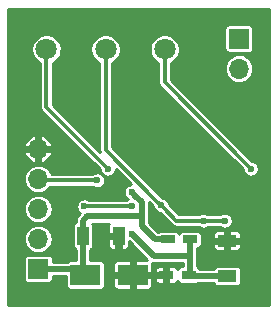
<source format=gbl>
G04 #@! TF.FileFunction,Copper,L2,Bot,Signal*
%FSLAX46Y46*%
G04 Gerber Fmt 4.6, Leading zero omitted, Abs format (unit mm)*
G04 Created by KiCad (PCBNEW 4.0.4-1.fc24-product) date Tue Jun 12 13:44:11 2018*
%MOMM*%
%LPD*%
G01*
G04 APERTURE LIST*
%ADD10C,0.100000*%
%ADD11C,1.800000*%
%ADD12R,1.700000X1.700000*%
%ADD13O,1.700000X1.700000*%
%ADD14R,2.499360X1.800860*%
%ADD15R,1.200000X0.750000*%
%ADD16R,1.000000X1.600000*%
%ADD17R,1.600000X1.000000*%
%ADD18C,0.600000*%
%ADD19C,0.300000*%
%ADD20C,0.500000*%
%ADD21C,0.250000*%
G04 APERTURE END LIST*
D10*
D11*
X158700000Y-89900000D03*
X153700000Y-89900000D03*
X148700000Y-89900000D03*
D12*
X165000000Y-89000000D03*
D13*
X165000000Y-91540000D03*
D12*
X148000000Y-108500000D03*
D13*
X148000000Y-105960000D03*
X148000000Y-103420000D03*
X148000000Y-100880000D03*
X148000000Y-98340000D03*
D14*
X152001020Y-109000000D03*
X155998980Y-109000000D03*
D15*
X158950000Y-106000000D03*
X160850000Y-106000000D03*
X160750000Y-109000000D03*
X158850000Y-109000000D03*
D16*
X151800000Y-105700000D03*
X154800000Y-105700000D03*
D17*
X164000000Y-109100000D03*
X164000000Y-106100000D03*
D18*
X166000000Y-99999988D03*
X152959990Y-105159990D03*
X160000000Y-99000000D03*
X155900000Y-102000000D03*
X153900000Y-100000000D03*
X158400000Y-103100000D03*
X163800000Y-104400000D03*
X162000000Y-104400000D03*
X155900000Y-105500000D03*
X155900000Y-103200000D03*
X151900000Y-103200000D03*
X153000000Y-101000000D03*
D19*
X158700000Y-89900000D02*
X158700000Y-92700000D01*
X158700000Y-92700000D02*
X165999988Y-99999988D01*
X165999988Y-99999988D02*
X166000000Y-99999988D01*
D20*
X156199999Y-102299999D02*
X155900000Y-102000000D01*
X156765002Y-102865002D02*
X156199999Y-102299999D01*
X156765002Y-104040002D02*
X156765002Y-102865002D01*
X156765002Y-104040002D02*
X156765002Y-104865002D01*
X156765002Y-104865002D02*
X157900000Y-106000000D01*
X157900000Y-106000000D02*
X158950000Y-106000000D01*
X151800000Y-105700000D02*
X151800000Y-104400000D01*
X151800000Y-104400000D02*
X152159998Y-104040002D01*
X152159998Y-104040002D02*
X156765002Y-104040002D01*
X152001020Y-109000000D02*
X152000000Y-109000000D01*
X152000000Y-109000000D02*
X151800000Y-108800000D01*
X151800000Y-108800000D02*
X151800000Y-105700000D01*
X148000000Y-108500000D02*
X151501020Y-108500000D01*
X151501020Y-108500000D02*
X152001020Y-109000000D01*
D19*
X153600001Y-99700001D02*
X153900000Y-100000000D01*
X148700000Y-94800000D02*
X153600001Y-99700001D01*
X148700000Y-89900000D02*
X148700000Y-94800000D01*
X153700000Y-98400000D02*
X158100001Y-102800001D01*
X153700000Y-89900000D02*
X153700000Y-98400000D01*
X158699999Y-103399999D02*
X158400000Y-103100000D01*
X159700000Y-104400000D02*
X158699999Y-103399999D01*
X162000000Y-104400000D02*
X159700000Y-104400000D01*
X158100001Y-102800001D02*
X158400000Y-103100000D01*
X162424264Y-104400000D02*
X163800000Y-104400000D01*
X162000000Y-104400000D02*
X162424264Y-104400000D01*
D20*
X157800000Y-107400000D02*
X156199999Y-105799999D01*
X160850000Y-107400000D02*
X157800000Y-107400000D01*
X156199999Y-105799999D02*
X155900000Y-105500000D01*
D19*
X151900000Y-103200000D02*
X155900000Y-103200000D01*
D20*
X160850000Y-107400000D02*
X160850000Y-108900000D01*
X160850000Y-106000000D02*
X160850000Y-107400000D01*
X164000000Y-109100000D02*
X160850000Y-109100000D01*
D19*
X153000000Y-101000000D02*
X148120000Y-101000000D01*
X148120000Y-101000000D02*
X148000000Y-100880000D01*
D21*
G36*
X167550000Y-111550000D02*
X145450000Y-111550000D01*
X145450000Y-105951448D01*
X146769103Y-105951448D01*
X146790771Y-106189542D01*
X146858273Y-106418893D01*
X146969037Y-106630765D01*
X147118844Y-106817088D01*
X147301988Y-106970764D01*
X147511494Y-107085941D01*
X147739381Y-107158231D01*
X147976969Y-107184881D01*
X147994073Y-107185000D01*
X148005927Y-107185000D01*
X148243864Y-107161670D01*
X148472738Y-107092569D01*
X148683832Y-106980329D01*
X148869104Y-106829224D01*
X149021498Y-106645011D01*
X149135209Y-106434707D01*
X149205907Y-106206320D01*
X149230897Y-105968552D01*
X149209229Y-105730458D01*
X149141727Y-105501107D01*
X149030963Y-105289235D01*
X148881156Y-105102912D01*
X148698012Y-104949236D01*
X148488506Y-104834059D01*
X148260619Y-104761769D01*
X148023031Y-104735119D01*
X148005927Y-104735000D01*
X147994073Y-104735000D01*
X147756136Y-104758330D01*
X147527262Y-104827431D01*
X147316168Y-104939671D01*
X147130896Y-105090776D01*
X146978502Y-105274989D01*
X146864791Y-105485293D01*
X146794093Y-105713680D01*
X146769103Y-105951448D01*
X145450000Y-105951448D01*
X145450000Y-103411448D01*
X146769103Y-103411448D01*
X146790771Y-103649542D01*
X146858273Y-103878893D01*
X146969037Y-104090765D01*
X147118844Y-104277088D01*
X147301988Y-104430764D01*
X147511494Y-104545941D01*
X147739381Y-104618231D01*
X147976969Y-104644881D01*
X147994073Y-104645000D01*
X148005927Y-104645000D01*
X148243864Y-104621670D01*
X148472738Y-104552569D01*
X148683832Y-104440329D01*
X148869104Y-104289224D01*
X149021498Y-104105011D01*
X149135209Y-103894707D01*
X149205907Y-103666320D01*
X149230897Y-103428552D01*
X149209229Y-103190458D01*
X149141727Y-102961107D01*
X149030963Y-102749235D01*
X148881156Y-102562912D01*
X148698012Y-102409236D01*
X148488506Y-102294059D01*
X148260619Y-102221769D01*
X148023031Y-102195119D01*
X148005927Y-102195000D01*
X147994073Y-102195000D01*
X147756136Y-102218330D01*
X147527262Y-102287431D01*
X147316168Y-102399671D01*
X147130896Y-102550776D01*
X146978502Y-102734989D01*
X146864791Y-102945293D01*
X146794093Y-103173680D01*
X146769103Y-103411448D01*
X145450000Y-103411448D01*
X145450000Y-100871448D01*
X146769103Y-100871448D01*
X146790771Y-101109542D01*
X146858273Y-101338893D01*
X146969037Y-101550765D01*
X147118844Y-101737088D01*
X147301988Y-101890764D01*
X147511494Y-102005941D01*
X147739381Y-102078231D01*
X147976969Y-102104881D01*
X147994073Y-102105000D01*
X148005927Y-102105000D01*
X148243864Y-102081670D01*
X148472738Y-102012569D01*
X148683832Y-101900329D01*
X148869104Y-101749224D01*
X149021498Y-101565011D01*
X149043132Y-101525000D01*
X152572595Y-101525000D01*
X152669101Y-101592073D01*
X152790404Y-101645069D01*
X152919691Y-101673495D01*
X153052036Y-101676267D01*
X153182399Y-101653280D01*
X153305815Y-101605411D01*
X153417582Y-101534481D01*
X153513444Y-101443193D01*
X153589749Y-101335024D01*
X153643590Y-101214094D01*
X153672918Y-101085009D01*
X153675029Y-100933813D01*
X153649317Y-100803960D01*
X153598873Y-100681573D01*
X153525618Y-100571316D01*
X153495284Y-100540770D01*
X153569101Y-100592073D01*
X153690404Y-100645069D01*
X153819691Y-100673495D01*
X153952036Y-100676267D01*
X154082399Y-100653280D01*
X154205815Y-100605411D01*
X154317582Y-100534481D01*
X154413444Y-100443193D01*
X154489749Y-100335024D01*
X154543590Y-100214094D01*
X154572918Y-100085009D01*
X154573877Y-100016339D01*
X155882369Y-101324831D01*
X155838527Y-101324525D01*
X155708497Y-101349330D01*
X155585762Y-101398918D01*
X155474996Y-101471402D01*
X155380418Y-101564019D01*
X155305631Y-101673243D01*
X155253483Y-101794913D01*
X155225961Y-101924394D01*
X155224113Y-102056756D01*
X155248009Y-102186955D01*
X155296739Y-102310034D01*
X155368447Y-102421303D01*
X155460402Y-102516526D01*
X155569101Y-102592073D01*
X155585364Y-102599178D01*
X155474996Y-102671402D01*
X155471322Y-102675000D01*
X152328804Y-102675000D01*
X152222600Y-102603364D01*
X152100569Y-102552067D01*
X151970898Y-102525450D01*
X151838527Y-102524525D01*
X151708497Y-102549330D01*
X151585762Y-102598918D01*
X151474996Y-102671402D01*
X151380418Y-102764019D01*
X151305631Y-102873243D01*
X151253483Y-102994913D01*
X151225961Y-103124394D01*
X151224113Y-103256756D01*
X151248009Y-103386955D01*
X151296739Y-103510034D01*
X151368447Y-103621303D01*
X151460402Y-103716526D01*
X151542518Y-103773598D01*
X151358058Y-103958058D01*
X151321399Y-104002688D01*
X151284304Y-104046896D01*
X151282721Y-104049775D01*
X151280635Y-104052315D01*
X151253379Y-104103147D01*
X151225540Y-104153786D01*
X151224544Y-104156924D01*
X151222994Y-104159816D01*
X151206119Y-104215010D01*
X151188658Y-104270055D01*
X151188292Y-104273317D01*
X151187330Y-104276464D01*
X151181492Y-104333937D01*
X151175061Y-104391274D01*
X151175016Y-104397699D01*
X151175004Y-104397818D01*
X151175014Y-104397929D01*
X151175000Y-104400000D01*
X151175000Y-104548165D01*
X151138996Y-104559315D01*
X151050457Y-104617657D01*
X150981678Y-104698357D01*
X150938104Y-104795022D01*
X150923186Y-104900000D01*
X150923186Y-106500000D01*
X150927948Y-106559717D01*
X150959315Y-106661004D01*
X151017657Y-106749543D01*
X151098357Y-106818322D01*
X151175000Y-106852871D01*
X151175000Y-107722756D01*
X150751340Y-107722756D01*
X150691623Y-107727518D01*
X150590336Y-107758885D01*
X150501797Y-107817227D01*
X150452558Y-107875000D01*
X149226814Y-107875000D01*
X149226814Y-107650000D01*
X149222052Y-107590283D01*
X149190685Y-107488996D01*
X149132343Y-107400457D01*
X149051643Y-107331678D01*
X148954978Y-107288104D01*
X148850000Y-107273186D01*
X147150000Y-107273186D01*
X147090283Y-107277948D01*
X146988996Y-107309315D01*
X146900457Y-107367657D01*
X146831678Y-107448357D01*
X146788104Y-107545022D01*
X146773186Y-107650000D01*
X146773186Y-109350000D01*
X146777948Y-109409717D01*
X146809315Y-109511004D01*
X146867657Y-109599543D01*
X146948357Y-109668322D01*
X147045022Y-109711896D01*
X147150000Y-109726814D01*
X148850000Y-109726814D01*
X148909717Y-109722052D01*
X149011004Y-109690685D01*
X149099543Y-109632343D01*
X149168322Y-109551643D01*
X149211896Y-109454978D01*
X149226814Y-109350000D01*
X149226814Y-109125000D01*
X150374526Y-109125000D01*
X150374526Y-109900430D01*
X150379288Y-109960147D01*
X150410655Y-110061434D01*
X150468997Y-110149973D01*
X150549697Y-110218752D01*
X150646362Y-110262326D01*
X150751340Y-110277244D01*
X153250700Y-110277244D01*
X153310417Y-110272482D01*
X153411704Y-110241115D01*
X153500243Y-110182773D01*
X153569022Y-110102073D01*
X153612596Y-110005408D01*
X153627514Y-109900430D01*
X153627514Y-109268750D01*
X154374300Y-109268750D01*
X154374300Y-109937365D01*
X154388711Y-110009814D01*
X154416979Y-110078059D01*
X154458019Y-110139479D01*
X154510252Y-110191712D01*
X154571671Y-110232751D01*
X154639917Y-110261019D01*
X154712366Y-110275430D01*
X155730230Y-110275430D01*
X155823980Y-110181680D01*
X155823980Y-109175000D01*
X156173980Y-109175000D01*
X156173980Y-110181680D01*
X156267730Y-110275430D01*
X157285594Y-110275430D01*
X157358043Y-110261019D01*
X157426289Y-110232751D01*
X157487708Y-110191712D01*
X157539941Y-110139479D01*
X157580981Y-110078059D01*
X157609249Y-110009814D01*
X157623660Y-109937365D01*
X157623660Y-109268750D01*
X157875000Y-109268750D01*
X157875000Y-109411935D01*
X157889411Y-109484384D01*
X157917679Y-109552629D01*
X157958719Y-109614049D01*
X158010952Y-109666282D01*
X158072371Y-109707321D01*
X158140617Y-109735589D01*
X158213066Y-109750000D01*
X158581250Y-109750000D01*
X158675000Y-109656250D01*
X158675000Y-109175000D01*
X157968750Y-109175000D01*
X157875000Y-109268750D01*
X157623660Y-109268750D01*
X157529910Y-109175000D01*
X156173980Y-109175000D01*
X155823980Y-109175000D01*
X154468050Y-109175000D01*
X154374300Y-109268750D01*
X153627514Y-109268750D01*
X153627514Y-108099570D01*
X153624569Y-108062635D01*
X154374300Y-108062635D01*
X154374300Y-108731250D01*
X154468050Y-108825000D01*
X155823980Y-108825000D01*
X155823980Y-107818320D01*
X155730230Y-107724570D01*
X154712366Y-107724570D01*
X154639917Y-107738981D01*
X154571671Y-107767249D01*
X154510252Y-107808288D01*
X154458019Y-107860521D01*
X154416979Y-107921941D01*
X154388711Y-107990186D01*
X154374300Y-108062635D01*
X153624569Y-108062635D01*
X153622752Y-108039853D01*
X153591385Y-107938566D01*
X153533043Y-107850027D01*
X153452343Y-107781248D01*
X153355678Y-107737674D01*
X153250700Y-107722756D01*
X152425000Y-107722756D01*
X152425000Y-106851835D01*
X152461004Y-106840685D01*
X152549543Y-106782343D01*
X152618322Y-106701643D01*
X152661896Y-106604978D01*
X152676814Y-106500000D01*
X152676814Y-105968750D01*
X153925000Y-105968750D01*
X153925000Y-106536935D01*
X153939411Y-106609384D01*
X153967679Y-106677629D01*
X154008719Y-106739049D01*
X154060952Y-106791282D01*
X154122371Y-106832321D01*
X154190617Y-106860589D01*
X154263066Y-106875000D01*
X154531250Y-106875000D01*
X154625000Y-106781250D01*
X154625000Y-105875000D01*
X154018750Y-105875000D01*
X153925000Y-105968750D01*
X152676814Y-105968750D01*
X152676814Y-104900000D01*
X152672052Y-104840283D01*
X152640685Y-104738996D01*
X152591927Y-104665002D01*
X154006012Y-104665002D01*
X153967679Y-104722371D01*
X153939411Y-104790616D01*
X153925000Y-104863065D01*
X153925000Y-105431250D01*
X154018750Y-105525000D01*
X154625000Y-105525000D01*
X154625000Y-105505000D01*
X154975000Y-105505000D01*
X154975000Y-105525000D01*
X154995000Y-105525000D01*
X154995000Y-105875000D01*
X154975000Y-105875000D01*
X154975000Y-106781250D01*
X155068750Y-106875000D01*
X155336934Y-106875000D01*
X155409383Y-106860589D01*
X155477629Y-106832321D01*
X155539048Y-106791282D01*
X155591281Y-106739049D01*
X155632321Y-106677629D01*
X155660589Y-106609384D01*
X155675000Y-106536935D01*
X155675000Y-106158883D01*
X155757987Y-106241870D01*
X155758057Y-106241941D01*
X157240686Y-107724570D01*
X156267730Y-107724570D01*
X156173980Y-107818320D01*
X156173980Y-108825000D01*
X157529910Y-108825000D01*
X157623660Y-108731250D01*
X157623660Y-108588065D01*
X157875000Y-108588065D01*
X157875000Y-108731250D01*
X157968750Y-108825000D01*
X158675000Y-108825000D01*
X158675000Y-108343750D01*
X158581250Y-108250000D01*
X158213066Y-108250000D01*
X158140617Y-108264411D01*
X158072371Y-108292679D01*
X158010952Y-108333718D01*
X157958719Y-108385951D01*
X157917679Y-108447371D01*
X157889411Y-108515616D01*
X157875000Y-108588065D01*
X157623660Y-108588065D01*
X157623660Y-108062635D01*
X157609659Y-107992245D01*
X157615010Y-107993881D01*
X157670055Y-108011342D01*
X157673317Y-108011708D01*
X157676464Y-108012670D01*
X157733937Y-108018508D01*
X157791274Y-108024939D01*
X157797699Y-108024984D01*
X157797818Y-108024996D01*
X157797929Y-108024986D01*
X157800000Y-108025000D01*
X160225000Y-108025000D01*
X160225000Y-108248186D01*
X160150000Y-108248186D01*
X160090283Y-108252948D01*
X159988996Y-108284315D01*
X159900457Y-108342657D01*
X159831678Y-108423357D01*
X159800773Y-108491917D01*
X159782321Y-108447371D01*
X159741281Y-108385951D01*
X159689048Y-108333718D01*
X159627629Y-108292679D01*
X159559383Y-108264411D01*
X159486934Y-108250000D01*
X159118750Y-108250000D01*
X159025000Y-108343750D01*
X159025000Y-108825000D01*
X159045000Y-108825000D01*
X159045000Y-109175000D01*
X159025000Y-109175000D01*
X159025000Y-109656250D01*
X159118750Y-109750000D01*
X159486934Y-109750000D01*
X159559383Y-109735589D01*
X159627629Y-109707321D01*
X159689048Y-109666282D01*
X159741281Y-109614049D01*
X159782321Y-109552629D01*
X159800713Y-109508227D01*
X159809315Y-109536004D01*
X159867657Y-109624543D01*
X159948357Y-109693322D01*
X160045022Y-109736896D01*
X160150000Y-109751814D01*
X161350000Y-109751814D01*
X161409717Y-109747052D01*
X161480925Y-109725000D01*
X162848165Y-109725000D01*
X162859315Y-109761004D01*
X162917657Y-109849543D01*
X162998357Y-109918322D01*
X163095022Y-109961896D01*
X163200000Y-109976814D01*
X164800000Y-109976814D01*
X164859717Y-109972052D01*
X164961004Y-109940685D01*
X165049543Y-109882343D01*
X165118322Y-109801643D01*
X165161896Y-109704978D01*
X165176814Y-109600000D01*
X165176814Y-108600000D01*
X165172052Y-108540283D01*
X165140685Y-108438996D01*
X165082343Y-108350457D01*
X165001643Y-108281678D01*
X164904978Y-108238104D01*
X164800000Y-108223186D01*
X163200000Y-108223186D01*
X163140283Y-108227948D01*
X163038996Y-108259315D01*
X162950457Y-108317657D01*
X162881678Y-108398357D01*
X162847129Y-108475000D01*
X161694093Y-108475000D01*
X161690685Y-108463996D01*
X161632343Y-108375457D01*
X161551643Y-108306678D01*
X161475000Y-108272129D01*
X161475000Y-106749820D01*
X161509717Y-106747052D01*
X161611004Y-106715685D01*
X161699543Y-106657343D01*
X161768322Y-106576643D01*
X161811896Y-106479978D01*
X161826814Y-106375000D01*
X161826814Y-106368750D01*
X162825000Y-106368750D01*
X162825000Y-106636934D01*
X162839411Y-106709383D01*
X162867679Y-106777629D01*
X162908718Y-106839048D01*
X162960951Y-106891281D01*
X163022371Y-106932321D01*
X163090616Y-106960589D01*
X163163065Y-106975000D01*
X163731250Y-106975000D01*
X163825000Y-106881250D01*
X163825000Y-106275000D01*
X164175000Y-106275000D01*
X164175000Y-106881250D01*
X164268750Y-106975000D01*
X164836935Y-106975000D01*
X164909384Y-106960589D01*
X164977629Y-106932321D01*
X165039049Y-106891281D01*
X165091282Y-106839048D01*
X165132321Y-106777629D01*
X165160589Y-106709383D01*
X165175000Y-106636934D01*
X165175000Y-106368750D01*
X165081250Y-106275000D01*
X164175000Y-106275000D01*
X163825000Y-106275000D01*
X162918750Y-106275000D01*
X162825000Y-106368750D01*
X161826814Y-106368750D01*
X161826814Y-105625000D01*
X161822052Y-105565283D01*
X161821366Y-105563066D01*
X162825000Y-105563066D01*
X162825000Y-105831250D01*
X162918750Y-105925000D01*
X163825000Y-105925000D01*
X163825000Y-105318750D01*
X164175000Y-105318750D01*
X164175000Y-105925000D01*
X165081250Y-105925000D01*
X165175000Y-105831250D01*
X165175000Y-105563066D01*
X165160589Y-105490617D01*
X165132321Y-105422371D01*
X165091282Y-105360952D01*
X165039049Y-105308719D01*
X164977629Y-105267679D01*
X164909384Y-105239411D01*
X164836935Y-105225000D01*
X164268750Y-105225000D01*
X164175000Y-105318750D01*
X163825000Y-105318750D01*
X163731250Y-105225000D01*
X163163065Y-105225000D01*
X163090616Y-105239411D01*
X163022371Y-105267679D01*
X162960951Y-105308719D01*
X162908718Y-105360952D01*
X162867679Y-105422371D01*
X162839411Y-105490617D01*
X162825000Y-105563066D01*
X161821366Y-105563066D01*
X161790685Y-105463996D01*
X161732343Y-105375457D01*
X161651643Y-105306678D01*
X161554978Y-105263104D01*
X161450000Y-105248186D01*
X160250000Y-105248186D01*
X160190283Y-105252948D01*
X160088996Y-105284315D01*
X160000457Y-105342657D01*
X159931678Y-105423357D01*
X159899919Y-105493812D01*
X159890685Y-105463996D01*
X159832343Y-105375457D01*
X159751643Y-105306678D01*
X159654978Y-105263104D01*
X159550000Y-105248186D01*
X158350000Y-105248186D01*
X158290283Y-105252948D01*
X158188996Y-105284315D01*
X158116180Y-105332297D01*
X157390002Y-104606118D01*
X157390002Y-102865002D01*
X157386465Y-102828927D01*
X157726320Y-103168782D01*
X157748009Y-103286955D01*
X157796739Y-103410034D01*
X157868447Y-103521303D01*
X157960402Y-103616526D01*
X158069101Y-103692073D01*
X158190404Y-103745069D01*
X158319691Y-103773495D01*
X158331276Y-103773738D01*
X159328769Y-104771231D01*
X159366229Y-104802001D01*
X159403392Y-104833185D01*
X159405814Y-104834516D01*
X159407945Y-104836267D01*
X159450678Y-104859180D01*
X159493180Y-104882546D01*
X159495810Y-104883380D01*
X159498245Y-104884686D01*
X159544687Y-104898885D01*
X159590846Y-104913527D01*
X159593584Y-104913834D01*
X159596230Y-104914643D01*
X159644531Y-104919549D01*
X159692670Y-104924949D01*
X159698064Y-104924987D01*
X159698167Y-104924997D01*
X159698263Y-104924988D01*
X159700000Y-104925000D01*
X161572595Y-104925000D01*
X161669101Y-104992073D01*
X161790404Y-105045069D01*
X161919691Y-105073495D01*
X162052036Y-105076267D01*
X162182399Y-105053280D01*
X162305815Y-105005411D01*
X162417582Y-104934481D01*
X162427538Y-104925000D01*
X163372595Y-104925000D01*
X163469101Y-104992073D01*
X163590404Y-105045069D01*
X163719691Y-105073495D01*
X163852036Y-105076267D01*
X163982399Y-105053280D01*
X164105815Y-105005411D01*
X164217582Y-104934481D01*
X164313444Y-104843193D01*
X164389749Y-104735024D01*
X164443590Y-104614094D01*
X164472918Y-104485009D01*
X164475029Y-104333813D01*
X164449317Y-104203960D01*
X164398873Y-104081573D01*
X164325618Y-103971316D01*
X164232343Y-103877387D01*
X164122600Y-103803364D01*
X164000569Y-103752067D01*
X163870898Y-103725450D01*
X163738527Y-103724525D01*
X163608497Y-103749330D01*
X163485762Y-103798918D01*
X163374996Y-103871402D01*
X163371322Y-103875000D01*
X162428804Y-103875000D01*
X162322600Y-103803364D01*
X162200569Y-103752067D01*
X162070898Y-103725450D01*
X161938527Y-103724525D01*
X161808497Y-103749330D01*
X161685762Y-103798918D01*
X161574996Y-103871402D01*
X161571322Y-103875000D01*
X159917462Y-103875000D01*
X159074721Y-103032259D01*
X159049317Y-102903960D01*
X158998873Y-102781573D01*
X158925618Y-102671316D01*
X158832343Y-102577387D01*
X158722600Y-102503364D01*
X158600569Y-102452067D01*
X158470898Y-102425450D01*
X158467891Y-102425429D01*
X154225000Y-98182538D01*
X154225000Y-91063975D01*
X154277650Y-91043553D01*
X154488766Y-90909575D01*
X154669839Y-90737142D01*
X154813970Y-90532823D01*
X154915671Y-90304400D01*
X154971067Y-90060573D01*
X154971812Y-90007205D01*
X157423324Y-90007205D01*
X157468461Y-90253138D01*
X157560507Y-90485620D01*
X157695956Y-90695795D01*
X157869649Y-90875659D01*
X158074969Y-91018361D01*
X158175000Y-91062063D01*
X158175000Y-92700000D01*
X158179727Y-92748205D01*
X158183958Y-92796575D01*
X158184730Y-92799233D01*
X158184999Y-92801973D01*
X158199001Y-92848350D01*
X158212545Y-92894968D01*
X158213814Y-92897417D01*
X158214613Y-92900062D01*
X158237407Y-92942932D01*
X158259698Y-92985935D01*
X158261418Y-92988089D01*
X158262716Y-92990531D01*
X158293398Y-93028150D01*
X158323622Y-93066012D01*
X158327409Y-93069851D01*
X158327475Y-93069933D01*
X158327551Y-93069995D01*
X158328769Y-93071231D01*
X165326323Y-100068785D01*
X165348009Y-100186943D01*
X165396739Y-100310022D01*
X165468447Y-100421291D01*
X165560402Y-100516514D01*
X165669101Y-100592061D01*
X165790404Y-100645057D01*
X165919691Y-100673483D01*
X166052036Y-100676255D01*
X166182399Y-100653268D01*
X166305815Y-100605399D01*
X166417582Y-100534469D01*
X166513444Y-100443181D01*
X166589749Y-100335012D01*
X166643590Y-100214082D01*
X166672918Y-100084997D01*
X166675029Y-99933801D01*
X166649317Y-99803948D01*
X166598873Y-99681561D01*
X166525618Y-99571304D01*
X166432343Y-99477375D01*
X166322600Y-99403352D01*
X166200569Y-99352055D01*
X166070898Y-99325438D01*
X166067879Y-99325417D01*
X159225000Y-92482538D01*
X159225000Y-91534073D01*
X163775000Y-91534073D01*
X163775000Y-91545927D01*
X163798330Y-91783864D01*
X163867431Y-92012738D01*
X163979671Y-92223832D01*
X164130776Y-92409104D01*
X164314989Y-92561498D01*
X164525293Y-92675209D01*
X164753680Y-92745907D01*
X164991448Y-92770897D01*
X165229542Y-92749229D01*
X165458893Y-92681727D01*
X165670765Y-92570963D01*
X165857088Y-92421156D01*
X166010764Y-92238012D01*
X166125941Y-92028506D01*
X166198231Y-91800619D01*
X166224881Y-91563031D01*
X166225000Y-91545927D01*
X166225000Y-91534073D01*
X166201670Y-91296136D01*
X166132569Y-91067262D01*
X166020329Y-90856168D01*
X165869224Y-90670896D01*
X165685011Y-90518502D01*
X165474707Y-90404791D01*
X165246320Y-90334093D01*
X165008552Y-90309103D01*
X164770458Y-90330771D01*
X164541107Y-90398273D01*
X164329235Y-90509037D01*
X164142912Y-90658844D01*
X163989236Y-90841988D01*
X163874059Y-91051494D01*
X163801769Y-91279381D01*
X163775119Y-91516969D01*
X163775000Y-91534073D01*
X159225000Y-91534073D01*
X159225000Y-91063975D01*
X159277650Y-91043553D01*
X159488766Y-90909575D01*
X159669839Y-90737142D01*
X159813970Y-90532823D01*
X159915671Y-90304400D01*
X159971067Y-90060573D01*
X159975054Y-89774980D01*
X159926488Y-89529701D01*
X159831205Y-89298528D01*
X159692835Y-89090264D01*
X159516648Y-88912842D01*
X159309355Y-88773022D01*
X159078852Y-88676127D01*
X158833919Y-88625849D01*
X158583884Y-88624104D01*
X158338273Y-88670957D01*
X158106439Y-88764623D01*
X157897215Y-88901536D01*
X157718568Y-89076480D01*
X157577303Y-89282792D01*
X157478802Y-89512613D01*
X157426815Y-89757189D01*
X157423324Y-90007205D01*
X154971812Y-90007205D01*
X154975054Y-89774980D01*
X154926488Y-89529701D01*
X154831205Y-89298528D01*
X154692835Y-89090264D01*
X154516648Y-88912842D01*
X154309355Y-88773022D01*
X154078852Y-88676127D01*
X153833919Y-88625849D01*
X153583884Y-88624104D01*
X153338273Y-88670957D01*
X153106439Y-88764623D01*
X152897215Y-88901536D01*
X152718568Y-89076480D01*
X152577303Y-89282792D01*
X152478802Y-89512613D01*
X152426815Y-89757189D01*
X152423324Y-90007205D01*
X152468461Y-90253138D01*
X152560507Y-90485620D01*
X152695956Y-90695795D01*
X152869649Y-90875659D01*
X153074969Y-91018361D01*
X153175000Y-91062063D01*
X153175000Y-98400000D01*
X153179727Y-98448205D01*
X153183958Y-98496575D01*
X153184730Y-98499233D01*
X153184999Y-98501973D01*
X153199001Y-98548350D01*
X153202354Y-98559892D01*
X149225000Y-94582538D01*
X149225000Y-91063975D01*
X149277650Y-91043553D01*
X149488766Y-90909575D01*
X149669839Y-90737142D01*
X149813970Y-90532823D01*
X149915671Y-90304400D01*
X149971067Y-90060573D01*
X149975054Y-89774980D01*
X149926488Y-89529701D01*
X149831205Y-89298528D01*
X149692835Y-89090264D01*
X149516648Y-88912842D01*
X149309355Y-88773022D01*
X149078852Y-88676127D01*
X148833919Y-88625849D01*
X148583884Y-88624104D01*
X148338273Y-88670957D01*
X148106439Y-88764623D01*
X147897215Y-88901536D01*
X147718568Y-89076480D01*
X147577303Y-89282792D01*
X147478802Y-89512613D01*
X147426815Y-89757189D01*
X147423324Y-90007205D01*
X147468461Y-90253138D01*
X147560507Y-90485620D01*
X147695956Y-90695795D01*
X147869649Y-90875659D01*
X148074969Y-91018361D01*
X148175000Y-91062063D01*
X148175000Y-94800000D01*
X148179727Y-94848205D01*
X148183958Y-94896575D01*
X148184730Y-94899233D01*
X148184999Y-94901973D01*
X148199001Y-94948350D01*
X148212545Y-94994968D01*
X148213814Y-94997417D01*
X148214613Y-95000062D01*
X148237407Y-95042932D01*
X148259698Y-95085935D01*
X148261418Y-95088089D01*
X148262716Y-95090531D01*
X148293398Y-95128150D01*
X148323622Y-95166012D01*
X148327409Y-95169851D01*
X148327475Y-95169933D01*
X148327551Y-95169995D01*
X148328769Y-95171231D01*
X153226320Y-100068782D01*
X153248009Y-100186955D01*
X153296739Y-100310034D01*
X153368447Y-100421303D01*
X153404415Y-100458549D01*
X153322600Y-100403364D01*
X153200569Y-100352067D01*
X153070898Y-100325450D01*
X152938527Y-100324525D01*
X152808497Y-100349330D01*
X152685762Y-100398918D01*
X152574996Y-100471402D01*
X152571322Y-100475000D01*
X149157589Y-100475000D01*
X149141727Y-100421107D01*
X149030963Y-100209235D01*
X148881156Y-100022912D01*
X148698012Y-99869236D01*
X148488506Y-99754059D01*
X148260619Y-99681769D01*
X148023031Y-99655119D01*
X148005927Y-99655000D01*
X147994073Y-99655000D01*
X147756136Y-99678330D01*
X147527262Y-99747431D01*
X147316168Y-99859671D01*
X147130896Y-100010776D01*
X146978502Y-100194989D01*
X146864791Y-100405293D01*
X146794093Y-100633680D01*
X146769103Y-100871448D01*
X145450000Y-100871448D01*
X145450000Y-98702512D01*
X146829867Y-98702512D01*
X146916250Y-98911079D01*
X147048486Y-99111535D01*
X147217288Y-99282341D01*
X147416169Y-99416934D01*
X147637487Y-99510141D01*
X147825000Y-99458694D01*
X147825000Y-98515000D01*
X148175000Y-98515000D01*
X148175000Y-99458694D01*
X148362513Y-99510141D01*
X148583831Y-99416934D01*
X148782712Y-99282341D01*
X148951514Y-99111535D01*
X149083750Y-98911079D01*
X149170133Y-98702512D01*
X149117632Y-98515000D01*
X148175000Y-98515000D01*
X147825000Y-98515000D01*
X146882368Y-98515000D01*
X146829867Y-98702512D01*
X145450000Y-98702512D01*
X145450000Y-97977488D01*
X146829867Y-97977488D01*
X146882368Y-98165000D01*
X147825000Y-98165000D01*
X147825000Y-97221306D01*
X148175000Y-97221306D01*
X148175000Y-98165000D01*
X149117632Y-98165000D01*
X149170133Y-97977488D01*
X149083750Y-97768921D01*
X148951514Y-97568465D01*
X148782712Y-97397659D01*
X148583831Y-97263066D01*
X148362513Y-97169859D01*
X148175000Y-97221306D01*
X147825000Y-97221306D01*
X147637487Y-97169859D01*
X147416169Y-97263066D01*
X147217288Y-97397659D01*
X147048486Y-97568465D01*
X146916250Y-97768921D01*
X146829867Y-97977488D01*
X145450000Y-97977488D01*
X145450000Y-88150000D01*
X163773186Y-88150000D01*
X163773186Y-89850000D01*
X163777948Y-89909717D01*
X163809315Y-90011004D01*
X163867657Y-90099543D01*
X163948357Y-90168322D01*
X164045022Y-90211896D01*
X164150000Y-90226814D01*
X165850000Y-90226814D01*
X165909717Y-90222052D01*
X166011004Y-90190685D01*
X166099543Y-90132343D01*
X166168322Y-90051643D01*
X166211896Y-89954978D01*
X166226814Y-89850000D01*
X166226814Y-88150000D01*
X166222052Y-88090283D01*
X166190685Y-87988996D01*
X166132343Y-87900457D01*
X166051643Y-87831678D01*
X165954978Y-87788104D01*
X165850000Y-87773186D01*
X164150000Y-87773186D01*
X164090283Y-87777948D01*
X163988996Y-87809315D01*
X163900457Y-87867657D01*
X163831678Y-87948357D01*
X163788104Y-88045022D01*
X163773186Y-88150000D01*
X145450000Y-88150000D01*
X145450000Y-86450000D01*
X167550000Y-86450000D01*
X167550000Y-111550000D01*
X167550000Y-111550000D01*
G37*
X167550000Y-111550000D02*
X145450000Y-111550000D01*
X145450000Y-105951448D01*
X146769103Y-105951448D01*
X146790771Y-106189542D01*
X146858273Y-106418893D01*
X146969037Y-106630765D01*
X147118844Y-106817088D01*
X147301988Y-106970764D01*
X147511494Y-107085941D01*
X147739381Y-107158231D01*
X147976969Y-107184881D01*
X147994073Y-107185000D01*
X148005927Y-107185000D01*
X148243864Y-107161670D01*
X148472738Y-107092569D01*
X148683832Y-106980329D01*
X148869104Y-106829224D01*
X149021498Y-106645011D01*
X149135209Y-106434707D01*
X149205907Y-106206320D01*
X149230897Y-105968552D01*
X149209229Y-105730458D01*
X149141727Y-105501107D01*
X149030963Y-105289235D01*
X148881156Y-105102912D01*
X148698012Y-104949236D01*
X148488506Y-104834059D01*
X148260619Y-104761769D01*
X148023031Y-104735119D01*
X148005927Y-104735000D01*
X147994073Y-104735000D01*
X147756136Y-104758330D01*
X147527262Y-104827431D01*
X147316168Y-104939671D01*
X147130896Y-105090776D01*
X146978502Y-105274989D01*
X146864791Y-105485293D01*
X146794093Y-105713680D01*
X146769103Y-105951448D01*
X145450000Y-105951448D01*
X145450000Y-103411448D01*
X146769103Y-103411448D01*
X146790771Y-103649542D01*
X146858273Y-103878893D01*
X146969037Y-104090765D01*
X147118844Y-104277088D01*
X147301988Y-104430764D01*
X147511494Y-104545941D01*
X147739381Y-104618231D01*
X147976969Y-104644881D01*
X147994073Y-104645000D01*
X148005927Y-104645000D01*
X148243864Y-104621670D01*
X148472738Y-104552569D01*
X148683832Y-104440329D01*
X148869104Y-104289224D01*
X149021498Y-104105011D01*
X149135209Y-103894707D01*
X149205907Y-103666320D01*
X149230897Y-103428552D01*
X149209229Y-103190458D01*
X149141727Y-102961107D01*
X149030963Y-102749235D01*
X148881156Y-102562912D01*
X148698012Y-102409236D01*
X148488506Y-102294059D01*
X148260619Y-102221769D01*
X148023031Y-102195119D01*
X148005927Y-102195000D01*
X147994073Y-102195000D01*
X147756136Y-102218330D01*
X147527262Y-102287431D01*
X147316168Y-102399671D01*
X147130896Y-102550776D01*
X146978502Y-102734989D01*
X146864791Y-102945293D01*
X146794093Y-103173680D01*
X146769103Y-103411448D01*
X145450000Y-103411448D01*
X145450000Y-100871448D01*
X146769103Y-100871448D01*
X146790771Y-101109542D01*
X146858273Y-101338893D01*
X146969037Y-101550765D01*
X147118844Y-101737088D01*
X147301988Y-101890764D01*
X147511494Y-102005941D01*
X147739381Y-102078231D01*
X147976969Y-102104881D01*
X147994073Y-102105000D01*
X148005927Y-102105000D01*
X148243864Y-102081670D01*
X148472738Y-102012569D01*
X148683832Y-101900329D01*
X148869104Y-101749224D01*
X149021498Y-101565011D01*
X149043132Y-101525000D01*
X152572595Y-101525000D01*
X152669101Y-101592073D01*
X152790404Y-101645069D01*
X152919691Y-101673495D01*
X153052036Y-101676267D01*
X153182399Y-101653280D01*
X153305815Y-101605411D01*
X153417582Y-101534481D01*
X153513444Y-101443193D01*
X153589749Y-101335024D01*
X153643590Y-101214094D01*
X153672918Y-101085009D01*
X153675029Y-100933813D01*
X153649317Y-100803960D01*
X153598873Y-100681573D01*
X153525618Y-100571316D01*
X153495284Y-100540770D01*
X153569101Y-100592073D01*
X153690404Y-100645069D01*
X153819691Y-100673495D01*
X153952036Y-100676267D01*
X154082399Y-100653280D01*
X154205815Y-100605411D01*
X154317582Y-100534481D01*
X154413444Y-100443193D01*
X154489749Y-100335024D01*
X154543590Y-100214094D01*
X154572918Y-100085009D01*
X154573877Y-100016339D01*
X155882369Y-101324831D01*
X155838527Y-101324525D01*
X155708497Y-101349330D01*
X155585762Y-101398918D01*
X155474996Y-101471402D01*
X155380418Y-101564019D01*
X155305631Y-101673243D01*
X155253483Y-101794913D01*
X155225961Y-101924394D01*
X155224113Y-102056756D01*
X155248009Y-102186955D01*
X155296739Y-102310034D01*
X155368447Y-102421303D01*
X155460402Y-102516526D01*
X155569101Y-102592073D01*
X155585364Y-102599178D01*
X155474996Y-102671402D01*
X155471322Y-102675000D01*
X152328804Y-102675000D01*
X152222600Y-102603364D01*
X152100569Y-102552067D01*
X151970898Y-102525450D01*
X151838527Y-102524525D01*
X151708497Y-102549330D01*
X151585762Y-102598918D01*
X151474996Y-102671402D01*
X151380418Y-102764019D01*
X151305631Y-102873243D01*
X151253483Y-102994913D01*
X151225961Y-103124394D01*
X151224113Y-103256756D01*
X151248009Y-103386955D01*
X151296739Y-103510034D01*
X151368447Y-103621303D01*
X151460402Y-103716526D01*
X151542518Y-103773598D01*
X151358058Y-103958058D01*
X151321399Y-104002688D01*
X151284304Y-104046896D01*
X151282721Y-104049775D01*
X151280635Y-104052315D01*
X151253379Y-104103147D01*
X151225540Y-104153786D01*
X151224544Y-104156924D01*
X151222994Y-104159816D01*
X151206119Y-104215010D01*
X151188658Y-104270055D01*
X151188292Y-104273317D01*
X151187330Y-104276464D01*
X151181492Y-104333937D01*
X151175061Y-104391274D01*
X151175016Y-104397699D01*
X151175004Y-104397818D01*
X151175014Y-104397929D01*
X151175000Y-104400000D01*
X151175000Y-104548165D01*
X151138996Y-104559315D01*
X151050457Y-104617657D01*
X150981678Y-104698357D01*
X150938104Y-104795022D01*
X150923186Y-104900000D01*
X150923186Y-106500000D01*
X150927948Y-106559717D01*
X150959315Y-106661004D01*
X151017657Y-106749543D01*
X151098357Y-106818322D01*
X151175000Y-106852871D01*
X151175000Y-107722756D01*
X150751340Y-107722756D01*
X150691623Y-107727518D01*
X150590336Y-107758885D01*
X150501797Y-107817227D01*
X150452558Y-107875000D01*
X149226814Y-107875000D01*
X149226814Y-107650000D01*
X149222052Y-107590283D01*
X149190685Y-107488996D01*
X149132343Y-107400457D01*
X149051643Y-107331678D01*
X148954978Y-107288104D01*
X148850000Y-107273186D01*
X147150000Y-107273186D01*
X147090283Y-107277948D01*
X146988996Y-107309315D01*
X146900457Y-107367657D01*
X146831678Y-107448357D01*
X146788104Y-107545022D01*
X146773186Y-107650000D01*
X146773186Y-109350000D01*
X146777948Y-109409717D01*
X146809315Y-109511004D01*
X146867657Y-109599543D01*
X146948357Y-109668322D01*
X147045022Y-109711896D01*
X147150000Y-109726814D01*
X148850000Y-109726814D01*
X148909717Y-109722052D01*
X149011004Y-109690685D01*
X149099543Y-109632343D01*
X149168322Y-109551643D01*
X149211896Y-109454978D01*
X149226814Y-109350000D01*
X149226814Y-109125000D01*
X150374526Y-109125000D01*
X150374526Y-109900430D01*
X150379288Y-109960147D01*
X150410655Y-110061434D01*
X150468997Y-110149973D01*
X150549697Y-110218752D01*
X150646362Y-110262326D01*
X150751340Y-110277244D01*
X153250700Y-110277244D01*
X153310417Y-110272482D01*
X153411704Y-110241115D01*
X153500243Y-110182773D01*
X153569022Y-110102073D01*
X153612596Y-110005408D01*
X153627514Y-109900430D01*
X153627514Y-109268750D01*
X154374300Y-109268750D01*
X154374300Y-109937365D01*
X154388711Y-110009814D01*
X154416979Y-110078059D01*
X154458019Y-110139479D01*
X154510252Y-110191712D01*
X154571671Y-110232751D01*
X154639917Y-110261019D01*
X154712366Y-110275430D01*
X155730230Y-110275430D01*
X155823980Y-110181680D01*
X155823980Y-109175000D01*
X156173980Y-109175000D01*
X156173980Y-110181680D01*
X156267730Y-110275430D01*
X157285594Y-110275430D01*
X157358043Y-110261019D01*
X157426289Y-110232751D01*
X157487708Y-110191712D01*
X157539941Y-110139479D01*
X157580981Y-110078059D01*
X157609249Y-110009814D01*
X157623660Y-109937365D01*
X157623660Y-109268750D01*
X157875000Y-109268750D01*
X157875000Y-109411935D01*
X157889411Y-109484384D01*
X157917679Y-109552629D01*
X157958719Y-109614049D01*
X158010952Y-109666282D01*
X158072371Y-109707321D01*
X158140617Y-109735589D01*
X158213066Y-109750000D01*
X158581250Y-109750000D01*
X158675000Y-109656250D01*
X158675000Y-109175000D01*
X157968750Y-109175000D01*
X157875000Y-109268750D01*
X157623660Y-109268750D01*
X157529910Y-109175000D01*
X156173980Y-109175000D01*
X155823980Y-109175000D01*
X154468050Y-109175000D01*
X154374300Y-109268750D01*
X153627514Y-109268750D01*
X153627514Y-108099570D01*
X153624569Y-108062635D01*
X154374300Y-108062635D01*
X154374300Y-108731250D01*
X154468050Y-108825000D01*
X155823980Y-108825000D01*
X155823980Y-107818320D01*
X155730230Y-107724570D01*
X154712366Y-107724570D01*
X154639917Y-107738981D01*
X154571671Y-107767249D01*
X154510252Y-107808288D01*
X154458019Y-107860521D01*
X154416979Y-107921941D01*
X154388711Y-107990186D01*
X154374300Y-108062635D01*
X153624569Y-108062635D01*
X153622752Y-108039853D01*
X153591385Y-107938566D01*
X153533043Y-107850027D01*
X153452343Y-107781248D01*
X153355678Y-107737674D01*
X153250700Y-107722756D01*
X152425000Y-107722756D01*
X152425000Y-106851835D01*
X152461004Y-106840685D01*
X152549543Y-106782343D01*
X152618322Y-106701643D01*
X152661896Y-106604978D01*
X152676814Y-106500000D01*
X152676814Y-105968750D01*
X153925000Y-105968750D01*
X153925000Y-106536935D01*
X153939411Y-106609384D01*
X153967679Y-106677629D01*
X154008719Y-106739049D01*
X154060952Y-106791282D01*
X154122371Y-106832321D01*
X154190617Y-106860589D01*
X154263066Y-106875000D01*
X154531250Y-106875000D01*
X154625000Y-106781250D01*
X154625000Y-105875000D01*
X154018750Y-105875000D01*
X153925000Y-105968750D01*
X152676814Y-105968750D01*
X152676814Y-104900000D01*
X152672052Y-104840283D01*
X152640685Y-104738996D01*
X152591927Y-104665002D01*
X154006012Y-104665002D01*
X153967679Y-104722371D01*
X153939411Y-104790616D01*
X153925000Y-104863065D01*
X153925000Y-105431250D01*
X154018750Y-105525000D01*
X154625000Y-105525000D01*
X154625000Y-105505000D01*
X154975000Y-105505000D01*
X154975000Y-105525000D01*
X154995000Y-105525000D01*
X154995000Y-105875000D01*
X154975000Y-105875000D01*
X154975000Y-106781250D01*
X155068750Y-106875000D01*
X155336934Y-106875000D01*
X155409383Y-106860589D01*
X155477629Y-106832321D01*
X155539048Y-106791282D01*
X155591281Y-106739049D01*
X155632321Y-106677629D01*
X155660589Y-106609384D01*
X155675000Y-106536935D01*
X155675000Y-106158883D01*
X155757987Y-106241870D01*
X155758057Y-106241941D01*
X157240686Y-107724570D01*
X156267730Y-107724570D01*
X156173980Y-107818320D01*
X156173980Y-108825000D01*
X157529910Y-108825000D01*
X157623660Y-108731250D01*
X157623660Y-108588065D01*
X157875000Y-108588065D01*
X157875000Y-108731250D01*
X157968750Y-108825000D01*
X158675000Y-108825000D01*
X158675000Y-108343750D01*
X158581250Y-108250000D01*
X158213066Y-108250000D01*
X158140617Y-108264411D01*
X158072371Y-108292679D01*
X158010952Y-108333718D01*
X157958719Y-108385951D01*
X157917679Y-108447371D01*
X157889411Y-108515616D01*
X157875000Y-108588065D01*
X157623660Y-108588065D01*
X157623660Y-108062635D01*
X157609659Y-107992245D01*
X157615010Y-107993881D01*
X157670055Y-108011342D01*
X157673317Y-108011708D01*
X157676464Y-108012670D01*
X157733937Y-108018508D01*
X157791274Y-108024939D01*
X157797699Y-108024984D01*
X157797818Y-108024996D01*
X157797929Y-108024986D01*
X157800000Y-108025000D01*
X160225000Y-108025000D01*
X160225000Y-108248186D01*
X160150000Y-108248186D01*
X160090283Y-108252948D01*
X159988996Y-108284315D01*
X159900457Y-108342657D01*
X159831678Y-108423357D01*
X159800773Y-108491917D01*
X159782321Y-108447371D01*
X159741281Y-108385951D01*
X159689048Y-108333718D01*
X159627629Y-108292679D01*
X159559383Y-108264411D01*
X159486934Y-108250000D01*
X159118750Y-108250000D01*
X159025000Y-108343750D01*
X159025000Y-108825000D01*
X159045000Y-108825000D01*
X159045000Y-109175000D01*
X159025000Y-109175000D01*
X159025000Y-109656250D01*
X159118750Y-109750000D01*
X159486934Y-109750000D01*
X159559383Y-109735589D01*
X159627629Y-109707321D01*
X159689048Y-109666282D01*
X159741281Y-109614049D01*
X159782321Y-109552629D01*
X159800713Y-109508227D01*
X159809315Y-109536004D01*
X159867657Y-109624543D01*
X159948357Y-109693322D01*
X160045022Y-109736896D01*
X160150000Y-109751814D01*
X161350000Y-109751814D01*
X161409717Y-109747052D01*
X161480925Y-109725000D01*
X162848165Y-109725000D01*
X162859315Y-109761004D01*
X162917657Y-109849543D01*
X162998357Y-109918322D01*
X163095022Y-109961896D01*
X163200000Y-109976814D01*
X164800000Y-109976814D01*
X164859717Y-109972052D01*
X164961004Y-109940685D01*
X165049543Y-109882343D01*
X165118322Y-109801643D01*
X165161896Y-109704978D01*
X165176814Y-109600000D01*
X165176814Y-108600000D01*
X165172052Y-108540283D01*
X165140685Y-108438996D01*
X165082343Y-108350457D01*
X165001643Y-108281678D01*
X164904978Y-108238104D01*
X164800000Y-108223186D01*
X163200000Y-108223186D01*
X163140283Y-108227948D01*
X163038996Y-108259315D01*
X162950457Y-108317657D01*
X162881678Y-108398357D01*
X162847129Y-108475000D01*
X161694093Y-108475000D01*
X161690685Y-108463996D01*
X161632343Y-108375457D01*
X161551643Y-108306678D01*
X161475000Y-108272129D01*
X161475000Y-106749820D01*
X161509717Y-106747052D01*
X161611004Y-106715685D01*
X161699543Y-106657343D01*
X161768322Y-106576643D01*
X161811896Y-106479978D01*
X161826814Y-106375000D01*
X161826814Y-106368750D01*
X162825000Y-106368750D01*
X162825000Y-106636934D01*
X162839411Y-106709383D01*
X162867679Y-106777629D01*
X162908718Y-106839048D01*
X162960951Y-106891281D01*
X163022371Y-106932321D01*
X163090616Y-106960589D01*
X163163065Y-106975000D01*
X163731250Y-106975000D01*
X163825000Y-106881250D01*
X163825000Y-106275000D01*
X164175000Y-106275000D01*
X164175000Y-106881250D01*
X164268750Y-106975000D01*
X164836935Y-106975000D01*
X164909384Y-106960589D01*
X164977629Y-106932321D01*
X165039049Y-106891281D01*
X165091282Y-106839048D01*
X165132321Y-106777629D01*
X165160589Y-106709383D01*
X165175000Y-106636934D01*
X165175000Y-106368750D01*
X165081250Y-106275000D01*
X164175000Y-106275000D01*
X163825000Y-106275000D01*
X162918750Y-106275000D01*
X162825000Y-106368750D01*
X161826814Y-106368750D01*
X161826814Y-105625000D01*
X161822052Y-105565283D01*
X161821366Y-105563066D01*
X162825000Y-105563066D01*
X162825000Y-105831250D01*
X162918750Y-105925000D01*
X163825000Y-105925000D01*
X163825000Y-105318750D01*
X164175000Y-105318750D01*
X164175000Y-105925000D01*
X165081250Y-105925000D01*
X165175000Y-105831250D01*
X165175000Y-105563066D01*
X165160589Y-105490617D01*
X165132321Y-105422371D01*
X165091282Y-105360952D01*
X165039049Y-105308719D01*
X164977629Y-105267679D01*
X164909384Y-105239411D01*
X164836935Y-105225000D01*
X164268750Y-105225000D01*
X164175000Y-105318750D01*
X163825000Y-105318750D01*
X163731250Y-105225000D01*
X163163065Y-105225000D01*
X163090616Y-105239411D01*
X163022371Y-105267679D01*
X162960951Y-105308719D01*
X162908718Y-105360952D01*
X162867679Y-105422371D01*
X162839411Y-105490617D01*
X162825000Y-105563066D01*
X161821366Y-105563066D01*
X161790685Y-105463996D01*
X161732343Y-105375457D01*
X161651643Y-105306678D01*
X161554978Y-105263104D01*
X161450000Y-105248186D01*
X160250000Y-105248186D01*
X160190283Y-105252948D01*
X160088996Y-105284315D01*
X160000457Y-105342657D01*
X159931678Y-105423357D01*
X159899919Y-105493812D01*
X159890685Y-105463996D01*
X159832343Y-105375457D01*
X159751643Y-105306678D01*
X159654978Y-105263104D01*
X159550000Y-105248186D01*
X158350000Y-105248186D01*
X158290283Y-105252948D01*
X158188996Y-105284315D01*
X158116180Y-105332297D01*
X157390002Y-104606118D01*
X157390002Y-102865002D01*
X157386465Y-102828927D01*
X157726320Y-103168782D01*
X157748009Y-103286955D01*
X157796739Y-103410034D01*
X157868447Y-103521303D01*
X157960402Y-103616526D01*
X158069101Y-103692073D01*
X158190404Y-103745069D01*
X158319691Y-103773495D01*
X158331276Y-103773738D01*
X159328769Y-104771231D01*
X159366229Y-104802001D01*
X159403392Y-104833185D01*
X159405814Y-104834516D01*
X159407945Y-104836267D01*
X159450678Y-104859180D01*
X159493180Y-104882546D01*
X159495810Y-104883380D01*
X159498245Y-104884686D01*
X159544687Y-104898885D01*
X159590846Y-104913527D01*
X159593584Y-104913834D01*
X159596230Y-104914643D01*
X159644531Y-104919549D01*
X159692670Y-104924949D01*
X159698064Y-104924987D01*
X159698167Y-104924997D01*
X159698263Y-104924988D01*
X159700000Y-104925000D01*
X161572595Y-104925000D01*
X161669101Y-104992073D01*
X161790404Y-105045069D01*
X161919691Y-105073495D01*
X162052036Y-105076267D01*
X162182399Y-105053280D01*
X162305815Y-105005411D01*
X162417582Y-104934481D01*
X162427538Y-104925000D01*
X163372595Y-104925000D01*
X163469101Y-104992073D01*
X163590404Y-105045069D01*
X163719691Y-105073495D01*
X163852036Y-105076267D01*
X163982399Y-105053280D01*
X164105815Y-105005411D01*
X164217582Y-104934481D01*
X164313444Y-104843193D01*
X164389749Y-104735024D01*
X164443590Y-104614094D01*
X164472918Y-104485009D01*
X164475029Y-104333813D01*
X164449317Y-104203960D01*
X164398873Y-104081573D01*
X164325618Y-103971316D01*
X164232343Y-103877387D01*
X164122600Y-103803364D01*
X164000569Y-103752067D01*
X163870898Y-103725450D01*
X163738527Y-103724525D01*
X163608497Y-103749330D01*
X163485762Y-103798918D01*
X163374996Y-103871402D01*
X163371322Y-103875000D01*
X162428804Y-103875000D01*
X162322600Y-103803364D01*
X162200569Y-103752067D01*
X162070898Y-103725450D01*
X161938527Y-103724525D01*
X161808497Y-103749330D01*
X161685762Y-103798918D01*
X161574996Y-103871402D01*
X161571322Y-103875000D01*
X159917462Y-103875000D01*
X159074721Y-103032259D01*
X159049317Y-102903960D01*
X158998873Y-102781573D01*
X158925618Y-102671316D01*
X158832343Y-102577387D01*
X158722600Y-102503364D01*
X158600569Y-102452067D01*
X158470898Y-102425450D01*
X158467891Y-102425429D01*
X154225000Y-98182538D01*
X154225000Y-91063975D01*
X154277650Y-91043553D01*
X154488766Y-90909575D01*
X154669839Y-90737142D01*
X154813970Y-90532823D01*
X154915671Y-90304400D01*
X154971067Y-90060573D01*
X154971812Y-90007205D01*
X157423324Y-90007205D01*
X157468461Y-90253138D01*
X157560507Y-90485620D01*
X157695956Y-90695795D01*
X157869649Y-90875659D01*
X158074969Y-91018361D01*
X158175000Y-91062063D01*
X158175000Y-92700000D01*
X158179727Y-92748205D01*
X158183958Y-92796575D01*
X158184730Y-92799233D01*
X158184999Y-92801973D01*
X158199001Y-92848350D01*
X158212545Y-92894968D01*
X158213814Y-92897417D01*
X158214613Y-92900062D01*
X158237407Y-92942932D01*
X158259698Y-92985935D01*
X158261418Y-92988089D01*
X158262716Y-92990531D01*
X158293398Y-93028150D01*
X158323622Y-93066012D01*
X158327409Y-93069851D01*
X158327475Y-93069933D01*
X158327551Y-93069995D01*
X158328769Y-93071231D01*
X165326323Y-100068785D01*
X165348009Y-100186943D01*
X165396739Y-100310022D01*
X165468447Y-100421291D01*
X165560402Y-100516514D01*
X165669101Y-100592061D01*
X165790404Y-100645057D01*
X165919691Y-100673483D01*
X166052036Y-100676255D01*
X166182399Y-100653268D01*
X166305815Y-100605399D01*
X166417582Y-100534469D01*
X166513444Y-100443181D01*
X166589749Y-100335012D01*
X166643590Y-100214082D01*
X166672918Y-100084997D01*
X166675029Y-99933801D01*
X166649317Y-99803948D01*
X166598873Y-99681561D01*
X166525618Y-99571304D01*
X166432343Y-99477375D01*
X166322600Y-99403352D01*
X166200569Y-99352055D01*
X166070898Y-99325438D01*
X166067879Y-99325417D01*
X159225000Y-92482538D01*
X159225000Y-91534073D01*
X163775000Y-91534073D01*
X163775000Y-91545927D01*
X163798330Y-91783864D01*
X163867431Y-92012738D01*
X163979671Y-92223832D01*
X164130776Y-92409104D01*
X164314989Y-92561498D01*
X164525293Y-92675209D01*
X164753680Y-92745907D01*
X164991448Y-92770897D01*
X165229542Y-92749229D01*
X165458893Y-92681727D01*
X165670765Y-92570963D01*
X165857088Y-92421156D01*
X166010764Y-92238012D01*
X166125941Y-92028506D01*
X166198231Y-91800619D01*
X166224881Y-91563031D01*
X166225000Y-91545927D01*
X166225000Y-91534073D01*
X166201670Y-91296136D01*
X166132569Y-91067262D01*
X166020329Y-90856168D01*
X165869224Y-90670896D01*
X165685011Y-90518502D01*
X165474707Y-90404791D01*
X165246320Y-90334093D01*
X165008552Y-90309103D01*
X164770458Y-90330771D01*
X164541107Y-90398273D01*
X164329235Y-90509037D01*
X164142912Y-90658844D01*
X163989236Y-90841988D01*
X163874059Y-91051494D01*
X163801769Y-91279381D01*
X163775119Y-91516969D01*
X163775000Y-91534073D01*
X159225000Y-91534073D01*
X159225000Y-91063975D01*
X159277650Y-91043553D01*
X159488766Y-90909575D01*
X159669839Y-90737142D01*
X159813970Y-90532823D01*
X159915671Y-90304400D01*
X159971067Y-90060573D01*
X159975054Y-89774980D01*
X159926488Y-89529701D01*
X159831205Y-89298528D01*
X159692835Y-89090264D01*
X159516648Y-88912842D01*
X159309355Y-88773022D01*
X159078852Y-88676127D01*
X158833919Y-88625849D01*
X158583884Y-88624104D01*
X158338273Y-88670957D01*
X158106439Y-88764623D01*
X157897215Y-88901536D01*
X157718568Y-89076480D01*
X157577303Y-89282792D01*
X157478802Y-89512613D01*
X157426815Y-89757189D01*
X157423324Y-90007205D01*
X154971812Y-90007205D01*
X154975054Y-89774980D01*
X154926488Y-89529701D01*
X154831205Y-89298528D01*
X154692835Y-89090264D01*
X154516648Y-88912842D01*
X154309355Y-88773022D01*
X154078852Y-88676127D01*
X153833919Y-88625849D01*
X153583884Y-88624104D01*
X153338273Y-88670957D01*
X153106439Y-88764623D01*
X152897215Y-88901536D01*
X152718568Y-89076480D01*
X152577303Y-89282792D01*
X152478802Y-89512613D01*
X152426815Y-89757189D01*
X152423324Y-90007205D01*
X152468461Y-90253138D01*
X152560507Y-90485620D01*
X152695956Y-90695795D01*
X152869649Y-90875659D01*
X153074969Y-91018361D01*
X153175000Y-91062063D01*
X153175000Y-98400000D01*
X153179727Y-98448205D01*
X153183958Y-98496575D01*
X153184730Y-98499233D01*
X153184999Y-98501973D01*
X153199001Y-98548350D01*
X153202354Y-98559892D01*
X149225000Y-94582538D01*
X149225000Y-91063975D01*
X149277650Y-91043553D01*
X149488766Y-90909575D01*
X149669839Y-90737142D01*
X149813970Y-90532823D01*
X149915671Y-90304400D01*
X149971067Y-90060573D01*
X149975054Y-89774980D01*
X149926488Y-89529701D01*
X149831205Y-89298528D01*
X149692835Y-89090264D01*
X149516648Y-88912842D01*
X149309355Y-88773022D01*
X149078852Y-88676127D01*
X148833919Y-88625849D01*
X148583884Y-88624104D01*
X148338273Y-88670957D01*
X148106439Y-88764623D01*
X147897215Y-88901536D01*
X147718568Y-89076480D01*
X147577303Y-89282792D01*
X147478802Y-89512613D01*
X147426815Y-89757189D01*
X147423324Y-90007205D01*
X147468461Y-90253138D01*
X147560507Y-90485620D01*
X147695956Y-90695795D01*
X147869649Y-90875659D01*
X148074969Y-91018361D01*
X148175000Y-91062063D01*
X148175000Y-94800000D01*
X148179727Y-94848205D01*
X148183958Y-94896575D01*
X148184730Y-94899233D01*
X148184999Y-94901973D01*
X148199001Y-94948350D01*
X148212545Y-94994968D01*
X148213814Y-94997417D01*
X148214613Y-95000062D01*
X148237407Y-95042932D01*
X148259698Y-95085935D01*
X148261418Y-95088089D01*
X148262716Y-95090531D01*
X148293398Y-95128150D01*
X148323622Y-95166012D01*
X148327409Y-95169851D01*
X148327475Y-95169933D01*
X148327551Y-95169995D01*
X148328769Y-95171231D01*
X153226320Y-100068782D01*
X153248009Y-100186955D01*
X153296739Y-100310034D01*
X153368447Y-100421303D01*
X153404415Y-100458549D01*
X153322600Y-100403364D01*
X153200569Y-100352067D01*
X153070898Y-100325450D01*
X152938527Y-100324525D01*
X152808497Y-100349330D01*
X152685762Y-100398918D01*
X152574996Y-100471402D01*
X152571322Y-100475000D01*
X149157589Y-100475000D01*
X149141727Y-100421107D01*
X149030963Y-100209235D01*
X148881156Y-100022912D01*
X148698012Y-99869236D01*
X148488506Y-99754059D01*
X148260619Y-99681769D01*
X148023031Y-99655119D01*
X148005927Y-99655000D01*
X147994073Y-99655000D01*
X147756136Y-99678330D01*
X147527262Y-99747431D01*
X147316168Y-99859671D01*
X147130896Y-100010776D01*
X146978502Y-100194989D01*
X146864791Y-100405293D01*
X146794093Y-100633680D01*
X146769103Y-100871448D01*
X145450000Y-100871448D01*
X145450000Y-98702512D01*
X146829867Y-98702512D01*
X146916250Y-98911079D01*
X147048486Y-99111535D01*
X147217288Y-99282341D01*
X147416169Y-99416934D01*
X147637487Y-99510141D01*
X147825000Y-99458694D01*
X147825000Y-98515000D01*
X148175000Y-98515000D01*
X148175000Y-99458694D01*
X148362513Y-99510141D01*
X148583831Y-99416934D01*
X148782712Y-99282341D01*
X148951514Y-99111535D01*
X149083750Y-98911079D01*
X149170133Y-98702512D01*
X149117632Y-98515000D01*
X148175000Y-98515000D01*
X147825000Y-98515000D01*
X146882368Y-98515000D01*
X146829867Y-98702512D01*
X145450000Y-98702512D01*
X145450000Y-97977488D01*
X146829867Y-97977488D01*
X146882368Y-98165000D01*
X147825000Y-98165000D01*
X147825000Y-97221306D01*
X148175000Y-97221306D01*
X148175000Y-98165000D01*
X149117632Y-98165000D01*
X149170133Y-97977488D01*
X149083750Y-97768921D01*
X148951514Y-97568465D01*
X148782712Y-97397659D01*
X148583831Y-97263066D01*
X148362513Y-97169859D01*
X148175000Y-97221306D01*
X147825000Y-97221306D01*
X147637487Y-97169859D01*
X147416169Y-97263066D01*
X147217288Y-97397659D01*
X147048486Y-97568465D01*
X146916250Y-97768921D01*
X146829867Y-97977488D01*
X145450000Y-97977488D01*
X145450000Y-88150000D01*
X163773186Y-88150000D01*
X163773186Y-89850000D01*
X163777948Y-89909717D01*
X163809315Y-90011004D01*
X163867657Y-90099543D01*
X163948357Y-90168322D01*
X164045022Y-90211896D01*
X164150000Y-90226814D01*
X165850000Y-90226814D01*
X165909717Y-90222052D01*
X166011004Y-90190685D01*
X166099543Y-90132343D01*
X166168322Y-90051643D01*
X166211896Y-89954978D01*
X166226814Y-89850000D01*
X166226814Y-88150000D01*
X166222052Y-88090283D01*
X166190685Y-87988996D01*
X166132343Y-87900457D01*
X166051643Y-87831678D01*
X165954978Y-87788104D01*
X165850000Y-87773186D01*
X164150000Y-87773186D01*
X164090283Y-87777948D01*
X163988996Y-87809315D01*
X163900457Y-87867657D01*
X163831678Y-87948357D01*
X163788104Y-88045022D01*
X163773186Y-88150000D01*
X145450000Y-88150000D01*
X145450000Y-86450000D01*
X167550000Y-86450000D01*
X167550000Y-111550000D01*
M02*

</source>
